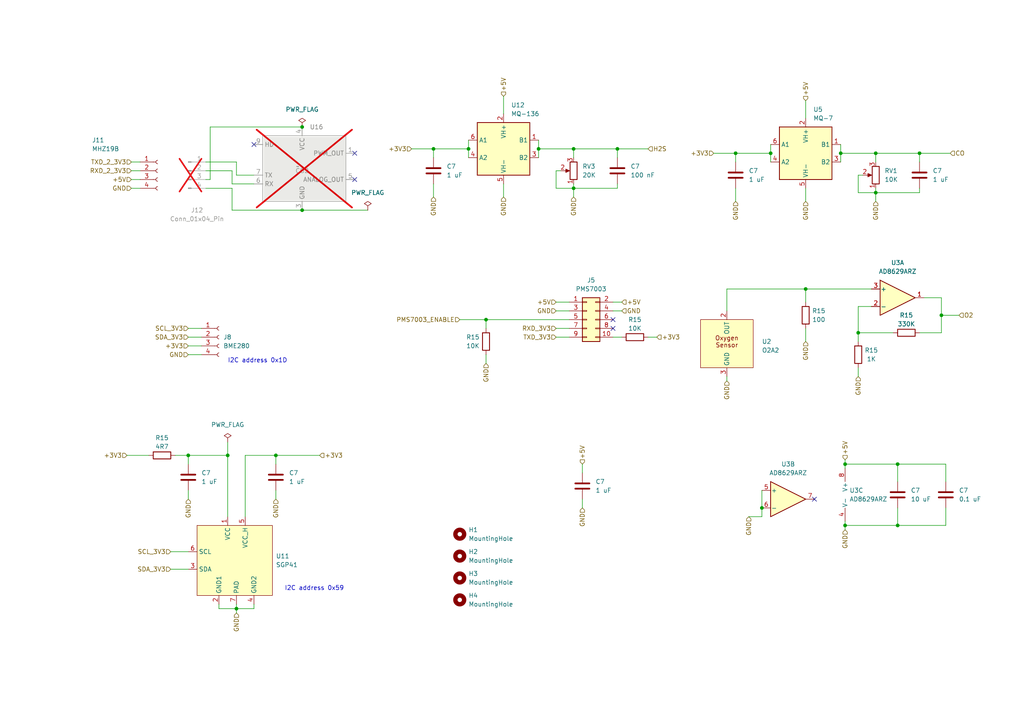
<source format=kicad_sch>
(kicad_sch (version 20231120) (generator "eeschema") (generator_version "8.0")
  (paper "A4")
  (lib_symbols
    (symbol "Amplifier_Operational:LM2904" (pin_names (offset 0.127))
      (property "Reference" "U" (at 0 5.08 0))
      (property "Value" "LM2904" (at 0 -5.08 0))
      (symbol "LM2904_1_1"
        (polyline (pts (xy -5.08 5.08) (xy 5.08 0) (xy -5.08 -5.08) (xy -5.08 5.08)) (stroke (width 0.254)) (fill (type background)))
        (pin output line (at 7.62 0 180) (length 2.54) (name "~") (number "1"))
        (pin input line (at -7.62 -2.54 0) (length 2.54) (name "-") (number "2"))
        (pin input line (at -7.62 2.54 0) (length 2.54) (name "+") (number "3"))
      )
      (symbol "LM2904_2_1"
        (polyline (pts (xy -5.08 5.08) (xy 5.08 0) (xy -5.08 -5.08) (xy -5.08 5.08)) (stroke (width 0.254)) (fill (type background)))
        (pin input line (at -7.62 2.54 0) (length 2.54) (name "+") (number "5"))
        (pin input line (at -7.62 -2.54 0) (length 2.54) (name "-") (number "6"))
        (pin output line (at 7.62 0 180) (length 2.54) (name "~") (number "7"))
      )
      (symbol "LM2904_3_1"
        (pin power_in line (at -2.54 -7.62 90) (length 3.81) (name "V-") (number "4"))
        (pin power_in line (at -2.54 7.62 270) (length 3.81) (name "V+") (number "8"))
      )
    )
    (symbol "Connector:Conn_01x04_Pin" (pin_names (offset 1.016) hide)
      (property "Reference" "J" (at 0 5.08 0))
      (property "Value" "Conn_01x04_Pin" (at 0 -7.62 0))
      (symbol "Conn_01x04_Pin_1_1"
        (polyline (pts (xy 1.27 -5.08) (xy 0.8636 -5.08)) (stroke (width 0.1524)))
        (polyline (pts (xy 1.27 -2.54) (xy 0.8636 -2.54)) (stroke (width 0.1524)))
        (polyline (pts (xy 1.27 0) (xy 0.8636 0)) (stroke (width 0.1524)))
        (polyline (pts (xy 1.27 2.54) (xy 0.8636 2.54)) (stroke (width 0.1524)))
        (rectangle (start 0.8636 -4.953) (end 0 -5.207) (stroke (width 0.1524)) (fill (type outline)))
        (rectangle (start 0.8636 -2.413) (end 0 -2.667) (stroke (width 0.1524)) (fill (type outline)))
        (rectangle (start 0.8636 0.127) (end 0 -0.127) (stroke (width 0.1524)) (fill (type outline)))
        (rectangle (start 0.8636 2.667) (end 0 2.413) (stroke (width 0.1524)) (fill (type outline)))
        (pin passive line (at 5.08 2.54 180) (length 3.81) (name "Pin_1") (number "1"))
        (pin passive line (at 5.08 0 180) (length 3.81) (name "Pin_2") (number "2"))
        (pin passive line (at 5.08 -2.54 180) (length 3.81) (name "Pin_3") (number "3"))
        (pin passive line (at 5.08 -5.08 180) (length 3.81) (name "Pin_4") (number "4"))
      )
    )
    (symbol "Connector:Conn_01x04_Socket" (pin_names (offset 1.016) hide)
      (property "Reference" "J" (at 0 5.08 0))
      (property "Value" "Conn_01x04_Socket" (at 0 -7.62 0))
      (symbol "Conn_01x04_Socket_1_1"
        (arc (start 0 -4.572) (mid -0.5058 -5.08) (end 0 -5.588) (stroke (width 0.1524)))
        (arc (start 0 -2.032) (mid -0.5058 -2.54) (end 0 -3.048) (stroke (width 0.1524)))
        (polyline (pts (xy -1.27 -5.08) (xy -0.508 -5.08)) (stroke (width 0.1524)))
        (polyline (pts (xy -1.27 -2.54) (xy -0.508 -2.54)) (stroke (width 0.1524)))
        (polyline (pts (xy -1.27 0) (xy -0.508 0)) (stroke (width 0.1524)))
        (polyline (pts (xy -1.27 2.54) (xy -0.508 2.54)) (stroke (width 0.1524)))
        (arc (start 0 0.508) (mid -0.5058 0) (end 0 -0.508) (stroke (width 0.1524)))
        (arc (start 0 3.048) (mid -0.5058 2.54) (end 0 2.032) (stroke (width 0.1524)))
        (pin passive line (at -5.08 2.54 0) (length 3.81) (name "Pin_1") (number "1"))
        (pin passive line (at -5.08 0 0) (length 3.81) (name "Pin_2") (number "2"))
        (pin passive line (at -5.08 -2.54 0) (length 3.81) (name "Pin_3") (number "3"))
        (pin passive line (at -5.08 -5.08 0) (length 3.81) (name "Pin_4") (number "4"))
      )
    )
    (symbol "Connector_Generic:Conn_02x05_Odd_Even" (pin_names (offset 1.016) hide)
      (property "Reference" "J" (at 1.27 7.62 0))
      (property "Value" "Conn_02x05_Odd_Even" (at 1.27 -7.62 0))
      (symbol "Conn_02x05_Odd_Even_1_1"
        (rectangle (start -1.27 -4.953) (end 0 -5.207) (stroke (width 0.1524)))
        (rectangle (start -1.27 -2.413) (end 0 -2.667) (stroke (width 0.1524)))
        (rectangle (start -1.27 0.127) (end 0 -0.127) (stroke (width 0.1524)))
        (rectangle (start -1.27 2.667) (end 0 2.413) (stroke (width 0.1524)))
        (rectangle (start -1.27 5.207) (end 0 4.953) (stroke (width 0.1524)))
        (rectangle (start -1.27 6.35) (end 3.81 -6.35) (stroke (width 0.254)) (fill (type background)))
        (rectangle (start 3.81 -4.953) (end 2.54 -5.207) (stroke (width 0.1524)))
        (rectangle (start 3.81 -2.413) (end 2.54 -2.667) (stroke (width 0.1524)))
        (rectangle (start 3.81 0.127) (end 2.54 -0.127) (stroke (width 0.1524)))
        (rectangle (start 3.81 2.667) (end 2.54 2.413) (stroke (width 0.1524)))
        (rectangle (start 3.81 5.207) (end 2.54 4.953) (stroke (width 0.1524)))
        (pin passive line (at -5.08 5.08 0) (length 3.81) (name "Pin_1") (number "1"))
        (pin passive line (at 7.62 -5.08 180) (length 3.81) (name "Pin_10") (number "10"))
        (pin passive line (at 7.62 5.08 180) (length 3.81) (name "Pin_2") (number "2"))
        (pin passive line (at -5.08 2.54 0) (length 3.81) (name "Pin_3") (number "3"))
        (pin passive line (at 7.62 2.54 180) (length 3.81) (name "Pin_4") (number "4"))
        (pin passive line (at -5.08 0 0) (length 3.81) (name "Pin_5") (number "5"))
        (pin passive line (at 7.62 0 180) (length 3.81) (name "Pin_6") (number "6"))
        (pin passive line (at -5.08 -2.54 0) (length 3.81) (name "Pin_7") (number "7"))
        (pin passive line (at 7.62 -2.54 180) (length 3.81) (name "Pin_8") (number "8"))
        (pin passive line (at -5.08 -5.08 0) (length 3.81) (name "Pin_9") (number "9"))
      )
    )
    (symbol "Device:C" (pin_numbers hide) (pin_names (offset 0.254))
      (property "Reference" "C" (at 0.635 2.54 0))
      (property "Value" "C" (at 0.635 -2.54 0))
      (symbol "C_0_1"
        (polyline (pts (xy -2.032 -0.762) (xy 2.032 -0.762)) (stroke (width 0.508)))
        (polyline (pts (xy -2.032 0.762) (xy 2.032 0.762)) (stroke (width 0.508)))
      )
      (symbol "C_1_1"
        (pin passive line (at 0 3.81 270) (length 2.794) (name "~") (number "1"))
        (pin passive line (at 0 -3.81 90) (length 2.794) (name "~") (number "2"))
      )
    )
    (symbol "Device:R" (pin_numbers hide) (pin_names (offset 0))
      (property "Reference" "R" (at 2.032 0 90))
      (property "Value" "R" (at 0 0 90))
      (symbol "R_0_1"
        (rectangle (start -1.016 -2.54) (end 1.016 2.54) (stroke (width 0.254)))
      )
      (symbol "R_1_1"
        (pin passive line (at 0 3.81 270) (length 1.27) (name "~") (number "1"))
        (pin passive line (at 0 -3.81 90) (length 1.27) (name "~") (number "2"))
      )
    )
    (symbol "Device:R_Potentiometer" (pin_names (offset 1.016) hide)
      (property "Reference" "RV" (at -4.445 0 90))
      (property "Value" "R_Potentiometer" (at -2.54 0 90))
      (symbol "R_Potentiometer_0_1"
        (polyline (pts (xy 2.54 0) (xy 1.524 0)))
        (polyline (pts (xy 1.143 0) (xy 2.286 0.508) (xy 2.286 -0.508) (xy 1.143 0)) (fill (type outline)))
        (rectangle (start 1.016 2.54) (end -1.016 -2.54) (stroke (width 0.254)))
      )
      (symbol "R_Potentiometer_1_1"
        (pin passive line (at 0 3.81 270) (length 1.27) (name "1") (number "1"))
        (pin passive line (at 3.81 0 180) (length 1.27) (name "2") (number "2"))
        (pin passive line (at 0 -3.81 90) (length 1.27) (name "3") (number "3"))
      )
    )
    (symbol "Mechanical:MountingHole" (pin_names (offset 1.016))
      (property "Reference" "H" (at 0 5.08 0))
      (property "Value" "MountingHole" (at 0 3.175 0))
      (symbol "MountingHole_0_1"
        (circle (center 0 0) (radius 1.27) (stroke (width 1.27)))
      )
    )
    (symbol "My_Library:MHZ19x"
      (property "Reference" "U" (at 11.43 -11.43 0))
      (symbol "MHZ19x_1_1"
        (rectangle (start -11.43 10.16) (end 12.7 -8.89) (fill (type background)))
        (text "CO2" (at 0 0 0) (effects (font (size 1.27 1.27))))
        (pin output line (at 15.24 5.08 180) (length 2.54) (name "PWM_OUT") (number "1"))
        (pin power_in line (at 0 -11.43 90) (length 2.54) (name "GND") (number "3"))
        (pin power_in line (at 0 12.7 270) (length 2.54) (name "VCC") (number "4"))
        (pin output line (at 15.24 -2.54 180) (length 2.54) (name "ANALOG_OUT") (number "5"))
        (pin input line (at -13.97 -3.81 0) (length 2.54) (name "RX") (number "6"))
        (pin output line (at -13.97 -1.27 0) (length 2.54) (name "TX") (number "7"))
        (pin input line (at -13.97 7.62 0) (length 2.54) (name "HD") (number "9"))
      )
    )
    (symbol "My_Library:O2A2"
      (property "Reference" "U" (at 11.43 -2.54 0))
      (property "Value" "O2A2" (at 11.43 -5.08 0))
      (symbol "O2A2_1_1"
        (rectangle (start -7.62 7.62) (end 7.62 -6.35) (fill (type background)))
        (text "Oxygen\nSensor" (at 0 1.27 0) (effects (font (size 1.27 1.27))))
        (pin power_out line (at 0 10.16 270) (length 2.54) (name "OUT") (number "2"))
        (pin power_in line (at 0 -8.89 90) (length 2.54) (name "GND") (number "3"))
      )
    )
    (symbol "My_Library:SGP41"
      (property "Reference" "U" (at 0 0 0))
      (property "Value" "SGP41" (at 0 3.81 0))
      (symbol "SGP41_1_1"
        (rectangle (start -11.43 10.16) (end 10.414 -10.16) (fill (type background)))
        (pin power_in line (at -2.54 12.7 270) (length 2.54) (name "VCC") (number "1"))
        (pin power_in line (at -5.08 -12.7 90) (length 2.54) (name "GND1") (number "2"))
        (pin bidirectional line (at -13.97 -2.54 0) (length 2.54) (name "SDA") (number "3"))
        (pin power_in line (at 5.08 -12.7 90) (length 2.54) (name "GND2") (number "4"))
        (pin power_in line (at 2.54 12.7 270) (length 2.54) (name "VCC_H") (number "5"))
        (pin bidirectional line (at -13.97 2.54 0) (length 2.54) (name "SCL") (number "6"))
        (pin power_in line (at 0 -12.7 90) (length 2.54) (name "PAD") (number "7"))
      )
    )
    (symbol "Sensor_Gas:MQ-6"
      (property "Reference" "U" (at -6.35 8.89 0))
      (property "Value" "MQ-6" (at 3.81 8.89 0))
      (symbol "MQ-6_0_1"
        (rectangle (start -7.62 7.62) (end 7.62 -7.62) (stroke (width 0.254)) (fill (type background)))
      )
      (symbol "MQ-6_1_1"
        (pin passive line (at 10.16 2.54 180) (length 2.54) (name "B1") (number "1"))
        (pin power_in line (at 0 10.16 270) (length 2.54) (name "VH+") (number "2"))
        (pin passive line (at 10.16 -2.54 180) (length 2.54) (name "B2") (number "3"))
        (pin passive line (at -10.16 -2.54 0) (length 2.54) (name "A2") (number "4"))
        (pin power_in line (at 0 -10.16 90) (length 2.54) (name "VH-") (number "5"))
        (pin passive line (at -10.16 2.54 0) (length 2.54) (name "A1") (number "6"))
      )
    )
    (symbol "power:PWR_FLAG" (power) (pin_numbers hide) (pin_names (offset 0) hide)
      (property "Value" "PWR_FLAG" (at 0 3.81 0))
      (symbol "PWR_FLAG_0_0"
        (pin power_out line (at 0 0 90) (length 0) (name "pwr") (number "1"))
      )
      (symbol "PWR_FLAG_0_1"
        (polyline (pts (xy 0 0) (xy 0 1.27) (xy -1.016 1.905) (xy 0 2.54) (xy 1.016 1.905) (xy 0 1.27)))
      )
    )
  )
  (junction (at 260.35 134.62))
  (junction (at 179.07 43.18))
  (junction (at 248.92 96.52))
  (junction (at 166.37 43.18))
  (junction (at 260.35 152.4))
  (junction (at 254 44.45))
  (junction (at 213.36 44.45))
  (junction (at 87.63 60.96))
  (junction (at 156.21 43.18))
  (junction (at 245.11 152.4))
  (junction (at 220.98 147.32))
  (junction (at 223.52 44.45))
  (junction (at 68.58 176.53))
  (junction (at 254 55.88))
  (junction (at 87.63 36.83))
  (junction (at 233.68 83.82))
  (junction (at 245.11 134.62))
  (junction (at 66.04 132.08))
  (junction (at 243.84 44.45))
  (junction (at 54.61 132.08))
  (junction (at 140.97 92.71))
  (junction (at 125.73 43.18))
  (junction (at 166.37 54.61))
  (junction (at 266.7 44.45))
  (junction (at 135.89 43.18))
  (junction (at 80.01 132.08))
  (junction (at 273.05 91.44))
  (no_connect (at 102.87 44.45))
  (no_connect (at 102.87 52.07))
  (no_connect (at 177.8 95.25))
  (no_connect (at 73.66 41.91))
  (no_connect (at 236.22 144.78))
  (no_connect (at 177.8 92.71))
  (wire (pts (xy 59.69 49.53) (xy 67.31 49.53)))
  (wire (pts (xy 254 55.88) (xy 254 58.42)))
  (wire (pts (xy 223.52 41.91) (xy 223.52 44.45)))
  (wire (pts (xy 210.82 90.17) (xy 210.82 83.82)))
  (wire (pts (xy 161.29 49.53) (xy 162.56 49.53)))
  (wire (pts (xy 179.07 45.72) (xy 179.07 43.18)))
  (wire (pts (xy 248.92 50.8) (xy 248.92 55.88)))
  (wire (pts (xy 254 54.61) (xy 254 55.88)))
  (wire (pts (xy 217.17 149.86) (xy 220.98 149.86)))
  (wire (pts (xy 60.96 36.83) (xy 87.63 36.83)))
  (wire (pts (xy 273.05 91.44) (xy 278.13 91.44)))
  (wire (pts (xy 140.97 92.71) (xy 140.97 95.25)))
  (wire (pts (xy 274.32 139.7) (xy 274.32 134.62)))
  (wire (pts (xy 245.11 152.4) (xy 245.11 153.67)))
  (wire (pts (xy 59.69 54.61) (xy 67.31 54.61)))
  (wire (pts (xy 266.7 55.88) (xy 254 55.88)))
  (wire (pts (xy 38.1 46.99) (xy 40.64 46.99)))
  (wire (pts (xy 38.1 54.61) (xy 40.64 54.61)))
  (wire (pts (xy 38.1 49.53) (xy 40.64 49.53)))
  (wire (pts (xy 177.8 97.79) (xy 180.34 97.79)))
  (wire (pts (xy 135.89 43.18) (xy 135.89 45.72)))
  (wire (pts (xy 67.31 49.53) (xy 67.31 53.34)))
  (wire (pts (xy 66.04 128.27) (xy 66.04 132.08)))
  (wire (pts (xy 187.96 97.79) (xy 190.5 97.79)))
  (wire (pts (xy 266.7 54.61) (xy 266.7 55.88)))
  (wire (pts (xy 166.37 43.18) (xy 156.21 43.18)))
  (wire (pts (xy 233.68 54.61) (xy 233.68 58.42)))
  (wire (pts (xy 177.8 90.17) (xy 180.34 90.17)))
  (wire (pts (xy 161.29 90.17) (xy 165.1 90.17)))
  (wire (pts (xy 210.82 109.22) (xy 210.82 110.49)))
  (wire (pts (xy 260.35 139.7) (xy 260.35 134.62)))
  (wire (pts (xy 54.61 102.87) (xy 58.42 102.87)))
  (wire (pts (xy 161.29 87.63) (xy 165.1 87.63)))
  (wire (pts (xy 67.31 60.96) (xy 87.63 60.96)))
  (wire (pts (xy 68.58 50.8) (xy 73.66 50.8)))
  (wire (pts (xy 266.7 96.52) (xy 273.05 96.52)))
  (wire (pts (xy 213.36 54.61) (xy 213.36 58.42)))
  (wire (pts (xy 233.68 83.82) (xy 233.68 87.63)))
  (wire (pts (xy 54.61 95.25) (xy 58.42 95.25)))
  (wire (pts (xy 179.07 54.61) (xy 166.37 54.61)))
  (wire (pts (xy 223.52 44.45) (xy 223.52 46.99)))
  (wire (pts (xy 180.34 87.63) (xy 177.8 87.63)))
  (wire (pts (xy 168.91 134.62) (xy 168.91 137.16)))
  (wire (pts (xy 179.07 53.34) (xy 179.07 54.61)))
  (wire (pts (xy 125.73 43.18) (xy 125.73 45.72)))
  (wire (pts (xy 156.21 43.18) (xy 156.21 45.72)))
  (wire (pts (xy 245.11 134.62) (xy 245.11 135.89)))
  (wire (pts (xy 54.61 132.08) (xy 54.61 134.62)))
  (wire (pts (xy 266.7 46.99) (xy 266.7 44.45)))
  (wire (pts (xy 50.8 132.08) (xy 54.61 132.08)))
  (wire (pts (xy 220.98 149.86) (xy 220.98 147.32)))
  (wire (pts (xy 248.92 55.88) (xy 254 55.88)))
  (wire (pts (xy 233.68 29.21) (xy 233.68 34.29)))
  (wire (pts (xy 210.82 83.82) (xy 233.68 83.82)))
  (wire (pts (xy 161.29 97.79) (xy 165.1 97.79)))
  (wire (pts (xy 243.84 41.91) (xy 243.84 44.45)))
  (wire (pts (xy 59.69 52.07) (xy 60.96 52.07)))
  (wire (pts (xy 63.5 175.26) (xy 63.5 176.53)))
  (wire (pts (xy 166.37 54.61) (xy 166.37 57.15)))
  (wire (pts (xy 49.53 160.02) (xy 54.61 160.02)))
  (wire (pts (xy 73.66 176.53) (xy 73.66 175.26)))
  (wire (pts (xy 68.58 46.99) (xy 68.58 50.8)))
  (wire (pts (xy 260.35 134.62) (xy 245.11 134.62)))
  (wire (pts (xy 166.37 43.18) (xy 179.07 43.18)))
  (wire (pts (xy 161.29 49.53) (xy 161.29 54.61)))
  (wire (pts (xy 38.1 52.07) (xy 40.64 52.07)))
  (wire (pts (xy 274.32 152.4) (xy 260.35 152.4)))
  (wire (pts (xy 260.35 152.4) (xy 245.11 152.4)))
  (wire (pts (xy 166.37 45.72) (xy 166.37 43.18)))
  (wire (pts (xy 119.38 43.18) (xy 125.73 43.18)))
  (wire (pts (xy 233.68 83.82) (xy 252.73 83.82)))
  (wire (pts (xy 36.83 132.08) (xy 43.18 132.08)))
  (wire (pts (xy 254 46.99) (xy 254 44.45)))
  (wire (pts (xy 260.35 147.32) (xy 260.35 152.4)))
  (wire (pts (xy 54.61 100.33) (xy 58.42 100.33)))
  (wire (pts (xy 273.05 86.36) (xy 267.97 86.36)))
  (wire (pts (xy 161.29 95.25) (xy 165.1 95.25)))
  (wire (pts (xy 54.61 97.79) (xy 58.42 97.79)))
  (wire (pts (xy 60.96 52.07) (xy 60.96 36.83)))
  (wire (pts (xy 274.32 134.62) (xy 260.35 134.62)))
  (wire (pts (xy 54.61 132.08) (xy 66.04 132.08)))
  (wire (pts (xy 254 44.45) (xy 243.84 44.45)))
  (wire (pts (xy 248.92 96.52) (xy 259.08 96.52)))
  (wire (pts (xy 156.21 40.64) (xy 156.21 43.18)))
  (wire (pts (xy 166.37 53.34) (xy 166.37 54.61)))
  (wire (pts (xy 80.01 132.08) (xy 71.12 132.08)))
  (wire (pts (xy 133.35 92.71) (xy 140.97 92.71)))
  (wire (pts (xy 274.32 147.32) (xy 274.32 152.4)))
  (wire (pts (xy 220.98 147.32) (xy 220.98 142.24)))
  (wire (pts (xy 248.92 96.52) (xy 248.92 99.06)))
  (wire (pts (xy 245.11 133.35) (xy 245.11 134.62)))
  (wire (pts (xy 233.68 95.25) (xy 233.68 99.06)))
  (wire (pts (xy 92.71 132.08) (xy 80.01 132.08)))
  (wire (pts (xy 80.01 132.08) (xy 80.01 134.62)))
  (wire (pts (xy 146.05 27.94) (xy 146.05 33.02)))
  (wire (pts (xy 59.69 46.99) (xy 68.58 46.99)))
  (wire (pts (xy 140.97 102.87) (xy 140.97 105.41)))
  (wire (pts (xy 125.73 53.34) (xy 125.73 57.15)))
  (wire (pts (xy 273.05 91.44) (xy 273.05 86.36)))
  (wire (pts (xy 254 44.45) (xy 266.7 44.45)))
  (wire (pts (xy 213.36 44.45) (xy 223.52 44.45)))
  (wire (pts (xy 49.53 165.1) (xy 54.61 165.1)))
  (wire (pts (xy 68.58 175.26) (xy 68.58 176.53)))
  (wire (pts (xy 248.92 50.8) (xy 250.19 50.8)))
  (wire (pts (xy 67.31 53.34) (xy 73.66 53.34)))
  (wire (pts (xy 248.92 106.68) (xy 248.92 109.22)))
  (wire (pts (xy 168.91 144.78) (xy 168.91 147.32)))
  (wire (pts (xy 80.01 142.24) (xy 80.01 144.78)))
  (wire (pts (xy 161.29 54.61) (xy 166.37 54.61)))
  (wire (pts (xy 207.01 44.45) (xy 213.36 44.45)))
  (wire (pts (xy 140.97 92.71) (xy 165.1 92.71)))
  (wire (pts (xy 63.5 176.53) (xy 68.58 176.53)))
  (wire (pts (xy 68.58 176.53) (xy 73.66 176.53)))
  (wire (pts (xy 66.04 132.08) (xy 66.04 149.86)))
  (wire (pts (xy 146.05 53.34) (xy 146.05 57.15)))
  (wire (pts (xy 248.92 88.9) (xy 252.73 88.9)))
  (wire (pts (xy 266.7 44.45) (xy 275.59 44.45)))
  (wire (pts (xy 135.89 40.64) (xy 135.89 43.18)))
  (wire (pts (xy 87.63 60.96) (xy 106.68 60.96)))
  (wire (pts (xy 248.92 88.9) (xy 248.92 96.52)))
  (wire (pts (xy 213.36 44.45) (xy 213.36 46.99)))
  (wire (pts (xy 179.07 43.18) (xy 187.96 43.18)))
  (wire (pts (xy 125.73 43.18) (xy 135.89 43.18)))
  (wire (pts (xy 67.31 54.61) (xy 67.31 60.96)))
  (wire (pts (xy 71.12 132.08) (xy 71.12 149.86)))
  (wire (pts (xy 68.58 176.53) (xy 68.58 177.8)))
  (wire (pts (xy 245.11 151.13) (xy 245.11 152.4)))
  (wire (pts (xy 243.84 44.45) (xy 243.84 46.99)))
  (wire (pts (xy 54.61 142.24) (xy 54.61 144.78)))
  (wire (pts (xy 273.05 96.52) (xy 273.05 91.44)))
  (text "I2C address 0x59" (at 82.55 171.45 0) (effects (font (size 1.27 1.27)) (justify left bottom)))
  (text "I2C address 0x1D" (at 66.04 105.41 0) (effects (font (size 1.27 1.27)) (justify left bottom)))
  (hierarchical_label "+5V" (shape input) (at 180.34 87.63 0))
  (hierarchical_label "SCL_3V3" (shape input) (at 49.53 160.02 180))
  (hierarchical_label "GND" (shape input) (at 146.05 57.15 270))
  (hierarchical_label "+5V" (shape input) (at 233.68 29.21 90))
  (hierarchical_label "SCL_3V3" (shape input) (at 54.61 95.25 180))
  (hierarchical_label "GND" (shape input) (at 54.61 102.87 180))
  (hierarchical_label "PMS7003_ENABLE" (shape input) (at 133.35 92.71 180))
  (hierarchical_label "SDA_3V3" (shape input) (at 49.53 165.1 180))
  (hierarchical_label "GND" (shape input) (at 168.91 147.32 270))
  (hierarchical_label "GND" (shape input) (at 248.92 109.22 270))
  (hierarchical_label "GND" (shape input) (at 80.01 144.78 270))
  (hierarchical_label "RXD_3V3" (shape input) (at 161.29 95.25 180))
  (hierarchical_label "+3V3" (shape input) (at 36.83 132.08 180))
  (hierarchical_label "+3V3" (shape input) (at 207.01 44.45 180))
  (hierarchical_label "GND" (shape input) (at 233.68 58.42 270))
  (hierarchical_label "GND" (shape input) (at 161.29 90.17 180))
  (hierarchical_label "GND" (shape input) (at 210.82 110.49 270))
  (hierarchical_label "SDA_3V3" (shape input) (at 54.61 97.79 180))
  (hierarchical_label "+5V" (shape input) (at 161.29 87.63 180))
  (hierarchical_label "GND" (shape input) (at 180.34 90.17 0))
  (hierarchical_label "GND" (shape input) (at 254 58.42 270))
  (hierarchical_label "RXD_2_3V3" (shape input) (at 38.1 49.53 180))
  (hierarchical_label "+3V3" (shape input) (at 190.5 97.79 0))
  (hierarchical_label "GND" (shape input) (at 38.1 54.61 180))
  (hierarchical_label "CO" (shape input) (at 275.59 44.45 0))
  (hierarchical_label "+5V" (shape input) (at 146.05 27.94 90))
  (hierarchical_label "+3V3" (shape input) (at 54.61 100.33 180))
  (hierarchical_label "TXD_3V3" (shape input) (at 161.29 97.79 180))
  (hierarchical_label "GND" (shape input) (at 54.61 144.78 270))
  (hierarchical_label "GND" (shape input) (at 166.37 57.15 270))
  (hierarchical_label "GND" (shape input) (at 125.73 57.15 270))
  (hierarchical_label "GND" (shape input) (at 213.36 58.42 270))
  (hierarchical_label "GND" (shape input) (at 245.11 153.67 270))
  (hierarchical_label "GND" (shape input) (at 233.68 99.06 270))
  (hierarchical_label "+3V3" (shape input) (at 119.38 43.18 180))
  (hierarchical_label "GND" (shape input) (at 68.58 177.8 270))
  (hierarchical_label "+5V" (shape input) (at 245.11 133.35 90))
  (hierarchical_label "GND" (shape input) (at 140.97 105.41 270))
  (hierarchical_label "TXD_2_3V3" (shape input) (at 38.1 46.99 180))
  (hierarchical_label "GND" (shape input) (at 217.17 149.86 270))
  (hierarchical_label "+5V" (shape input) (at 168.91 134.62 90))
  (hierarchical_label "H2S" (shape input) (at 187.96 43.18 0))
  (hierarchical_label "+3V3" (shape input) (at 92.71 132.08 0))
  (hierarchical_label "O2" (shape input) (at 278.13 91.44 0))
  (hierarchical_label "+5V" (shape input) (at 38.1 52.07 180))
  (symbol (lib_id "Mechanical:MountingHole") (at 133.35 161.29 0) (unit 1)
    (property "Reference" "H2" (at 135.89 160.02 0) (effects (justify left)))
    (property "Value" "MountingHole" (at 135.89 162.56 0) (effects (justify left)))
    (property "Footprint" "MountingHole:MountingHole_2.2mm_M2" (effects (hide yes)))
  )
  (symbol (lib_id "Device:C") (at 54.61 138.43 180) (unit 1)
    (property "Reference" "C7" (at 58.42 137.16 0) (effects (justify right)))
    (property "Value" "1 uF" (at 58.42 139.7 0) (effects (justify right)))
    (property "Footprint" "Capacitor_SMD:C_0603_1608Metric" (effects (hide yes)))
    (instances (project "xray" (path "" (reference "C7") (unit 1))) (project "xray-v2" (path "" (reference "C37") (unit 1))) (project "air-detector" (path "" (reference "C23") (unit 1))))
  )
  (symbol (lib_id "Device:R") (at 140.97 99.06 180) (unit 1)
    (property "Reference" "R15" (at 137.16 97.79 0))
    (property "Value" "10K" (at 137.16 100.33 0))
    (property "Footprint" "Resistor_SMD:R_0805_2012Metric" (effects (hide yes)))
    (instances (project "xray" (path "" (reference "R15") (unit 1))) (project "xray-v2" (path "" (reference "R6") (unit 1))) (project "air-detector" (path "" (reference "R17") (unit 1))))
  )
  (symbol (lib_id "Device:R") (at 233.68 91.44 0) (unit 1)
    (property "Reference" "R15" (at 237.49 90.17 0))
    (property "Value" "100" (at 237.49 92.71 0))
    (property "Footprint" "Resistor_SMD:R_0805_2012Metric" (effects (hide yes)))
    (instances (project "xray" (path "" (reference "R15") (unit 1))) (project "xray-v2" (path "" (reference "R6") (unit 1))) (project "air-detector" (path "" (reference "R6") (unit 1))))
  )
  (symbol (lib_id "Device:R") (at 184.15 97.79 90) (unit 1)
    (property "Reference" "R15" (at 184.15 92.71 90))
    (property "Value" "10K" (at 184.15 95.25 90))
    (property "Footprint" "Resistor_SMD:R_0805_2012Metric" (effects (hide yes)))
    (instances (project "xray" (path "" (reference "R15") (unit 1))) (project "xray-v2" (path "" (reference "R6") (unit 1))) (project "air-detector" (path "" (reference "R30") (unit 1))))
  )
  (symbol (lib_id "Device:R") (at 248.92 102.87 0) (unit 1)
    (property "Reference" "R15" (at 252.73 101.6 0))
    (property "Value" "1K" (at 252.73 104.14 0))
    (property "Footprint" "Resistor_SMD:R_0805_2012Metric" (effects (hide yes)))
    (instances (project "xray" (path "" (reference "R15") (unit 1))) (project "xray-v2" (path "" (reference "R6") (unit 1))) (project "air-detector" (path "" (reference "R7") (unit 1))))
  )
  (symbol (lib_id "Device:C") (at 213.36 50.8 180) (unit 1)
    (property "Reference" "C7" (at 217.17 49.53 0) (effects (justify right)))
    (property "Value" "1 uF" (at 217.17 52.07 0) (effects (justify right)))
    (property "Footprint" "Capacitor_SMD:C_0603_1608Metric" (effects (hide yes)))
    (instances (project "xray" (path "" (reference "C7") (unit 1))) (project "xray-v2" (path "" (reference "C37") (unit 1))) (project "air-detector" (path "" (reference "C7") (unit 1))))
  )
  (symbol (lib_id "power:PWR_FLAG") (at 106.68 60.96 0) (unit 1)
    (property "Reference" "#FLG08" (effects (hide yes)))
    (property "Value" "PWR_FLAG" (at 106.68 55.88 0))
  )
  (symbol (lib_id "Connector:Conn_01x04_Pin") (at 54.61 49.53 0) (unit 1) (in_bom no) (on_board no) (dnp yes)
    (property "Reference" "J12" (at 57.15 60.96 0))
    (property "Value" "Conn_01x04_Pin" (at 57.15 63.5 0))
  )
  (symbol (lib_id "Device:C") (at 80.01 138.43 180) (unit 1)
    (property "Reference" "C7" (at 83.82 137.16 0) (effects (justify right)))
    (property "Value" "1 uF" (at 83.82 139.7 0) (effects (justify right)))
    (property "Footprint" "Capacitor_SMD:C_0603_1608Metric" (effects (hide yes)))
    (instances (project "xray" (path "" (reference "C7") (unit 1))) (project "xray-v2" (path "" (reference "C37") (unit 1))) (project "air-detector" (path "" (reference "C24") (unit 1))))
  )
  (symbol (lib_id "My_Library:O2A2") (at 210.82 100.33 0) (unit 1)
    (property "Reference" "U2" (at 220.98 99.06 0) (effects (justify left)))
    (property "Value" "O2A2" (at 220.98 101.6 0) (effects (justify left)))
    (property "Footprint" "Library:O2A2" (effects (hide yes)))
  )
  (symbol (lib_id "power:PWR_FLAG") (at 66.04 128.27 0) (unit 1)
    (property "Reference" "#FLG05" (effects (hide yes)))
    (property "Value" "PWR_FLAG" (at 66.04 123.19 0))
  )
  (symbol (lib_id "Device:R") (at 46.99 132.08 90) (unit 1)
    (property "Reference" "R15" (at 46.99 127 90))
    (property "Value" "4R7" (at 46.99 129.54 90))
    (property "Footprint" "Resistor_SMD:R_0805_2012Metric" (effects (hide yes)))
    (instances (project "xray" (path "" (reference "R15") (unit 1))) (project "xray-v2" (path "" (reference "R6") (unit 1))) (project "air-detector" (path "" (reference "R20") (unit 1))))
  )
  (symbol (lib_id "Mechanical:MountingHole") (at 133.35 167.64 0) (unit 1)
    (property "Reference" "H3" (at 135.89 166.37 0) (effects (justify left)))
    (property "Value" "MountingHole" (at 135.89 168.91 0) (effects (justify left)))
    (property "Footprint" "MountingHole:MountingHole_2.2mm_M2" (effects (hide yes)))
  )
  (symbol (lib_id "My_Library:MHZ19x") (at 87.63 49.53 0) (unit 1) (in_bom no) (on_board no) (dnp yes)
    (property "Reference" "U16" (at 89.8241 36.83 0) (effects (justify left)))
    (property "Value" "~" (at 86.36 48.26 0))
    (property "Footprint" "Library:MHZ19x" (effects (hide yes)))
    (property "Datasheet" "https://www.winsen-sensor.com/d/files/infrared-gas-sensor/mh-z19b-co2-ver1_0.pdf?ysclid=llgaimrq8z610108732" (effects (hide yes)))
  )
  (symbol (lib_id "Device:R") (at 262.89 96.52 90) (unit 1)
    (property "Reference" "R15" (at 262.89 91.44 90))
    (property "Value" "330K" (at 262.89 93.98 90))
    (property "Footprint" "Resistor_SMD:R_0805_2012Metric" (effects (hide yes)))
    (instances (project "xray" (path "" (reference "R15") (unit 1))) (project "xray-v2" (path "" (reference "R6") (unit 1))) (project "air-detector" (path "" (reference "R21") (unit 1))))
  )
  (symbol (lib_id "Amplifier_Operational:LM2904") (at 228.6 144.78 0) (unit 2)
    (property "Reference" "U3" (at 228.6 134.62 0))
    (property "Value" "AD8629ARZ" (at 228.6 137.16 0))
    (property "Footprint" "Package_SO:SOP-8_5.28x5.23mm_P1.27mm" (effects (hide yes)))
    (property "Datasheet" "http://www.ti.com/lit/ds/symlink/lm358.pdf" (effects (hide yes)))
  )
  (symbol (lib_id "Amplifier_Operational:LM2904") (at 260.35 86.36 0) (unit 1)
    (property "Reference" "U3" (at 260.35 76.2 0))
    (property "Value" "AD8629ARZ" (at 260.35 78.74 0))
    (property "Footprint" "Package_SO:SOP-8_5.28x5.23mm_P1.27mm" (effects (hide yes)))
    (property "Datasheet" "http://www.ti.com/lit/ds/symlink/lm358.pdf" (effects (hide yes)))
  )
  (symbol (lib_id "Device:C") (at 125.73 49.53 180) (unit 1)
    (property "Reference" "C7" (at 129.54 48.26 0) (effects (justify right)))
    (property "Value" "1 uF" (at 129.54 50.8 0) (effects (justify right)))
    (property "Footprint" "Capacitor_SMD:C_0603_1608Metric" (effects (hide yes)))
    (instances (project "xray" (path "" (reference "C7") (unit 1))) (project "xray-v2" (path "" (reference "C37") (unit 1))) (project "air-detector" (path "" (reference "C25") (unit 1))))
  )
  (symbol (lib_id "Device:C") (at 274.32 143.51 180) (unit 1)
    (property "Reference" "C7" (at 278.13 142.24 0) (effects (justify right)))
    (property "Value" "0.1 uF" (at 278.13 144.78 0) (effects (justify right)))
    (property "Footprint" "Capacitor_SMD:C_0603_1608Metric" (effects (hide yes)))
    (instances (project "xray" (path "" (reference "C7") (unit 1))) (project "xray-v2" (path "" (reference "C37") (unit 1))) (project "air-detector" (path "" (reference "C38") (unit 1))))
  )
  (symbol (lib_id "Device:C") (at 266.7 50.8 180) (unit 1)
    (property "Reference" "C7" (at 270.51 49.53 0) (effects (justify right)))
    (property "Value" "1 uF" (at 270.51 52.07 0) (effects (justify right)))
    (property "Footprint" "Capacitor_SMD:C_0603_1608Metric" (effects (hide yes)))
    (instances (project "xray" (path "" (reference "C7") (unit 1))) (project "xray-v2" (path "" (reference "C37") (unit 1))) (project "air-detector" (path "" (reference "C12") (unit 1))))
  )
  (symbol (lib_id "Sensor_Gas:MQ-6") (at 146.05 43.18 0) (unit 1)
    (property "Reference" "U12" (at 148.2441 30.48 0) (effects (justify left)))
    (property "Value" "MQ-136" (at 148.2441 33.02 0) (effects (justify left)))
    (property "Footprint" "Sensor:MQ-6" (effects (hide yes)))
    (property "Datasheet" "https://www.winsen-sensor.com/d/files/semiconductor/mq-6.pdf" (effects (hide yes)))
  )
  (symbol (lib_id "Mechanical:MountingHole") (at 133.35 154.94 0) (unit 1)
    (property "Reference" "H1" (at 135.89 153.67 0) (effects (justify left)))
    (property "Value" "MountingHole" (at 135.89 156.21 0) (effects (justify left)))
    (property "Footprint" "MountingHole:MountingHole_2.2mm_M2" (effects (hide yes)))
  )
  (symbol (lib_id "Sensor_Gas:MQ-6") (at 233.68 44.45 0) (unit 1)
    (property "Reference" "U5" (at 235.8741 31.75 0) (effects (justify left)))
    (property "Value" "MQ-7" (at 235.8741 34.29 0) (effects (justify left)))
    (property "Footprint" "Sensor:MQ-6" (effects (hide yes)))
    (property "Datasheet" "https://www.winsen-sensor.com/d/files/semiconductor/mq-6.pdf" (effects (hide yes)))
  )
  (symbol (lib_id "Connector:Conn_01x04_Socket") (at 63.5 97.79 0) (unit 1)
    (property "Reference" "J8" (at 64.77 97.79 0) (effects (justify left)))
    (property "Value" "BME280" (at 64.77 100.33 0) (effects (justify left)))
    (property "Footprint" "Connector_JST:JST_XH_B4B-XH-A_1x04_P2.50mm_Vertical" (effects (hide yes)))
  )
  (symbol (lib_id "Device:C") (at 168.91 140.97 180) (unit 1)
    (property "Reference" "C7" (at 172.72 139.7 0) (effects (justify right)))
    (property "Value" "1 uF" (at 172.72 142.24 0) (effects (justify right)))
    (property "Footprint" "Capacitor_SMD:C_0603_1608Metric" (effects (hide yes)))
    (instances (project "xray" (path "" (reference "C7") (unit 1))) (project "xray-v2" (path "" (reference "C37") (unit 1))) (project "air-detector" (path "" (reference "C39") (unit 1))))
  )
  (symbol (lib_id "Device:C") (at 260.35 143.51 180) (unit 1)
    (property "Reference" "C7" (at 264.16 142.24 0) (effects (justify right)))
    (property "Value" "10 uF" (at 264.16 144.78 0) (effects (justify right)))
    (property "Footprint" "Capacitor_SMD:C_0603_1608Metric" (effects (hide yes)))
    (instances (project "xray" (path "" (reference "C7") (unit 1))) (project "xray-v2" (path "" (reference "C37") (unit 1))) (project "air-detector" (path "" (reference "C6") (unit 1))))
  )
  (symbol (lib_id "Amplifier_Operational:LM2904") (at 247.65 143.51 0) (unit 3)
    (property "Reference" "U3" (at 246.38 142.24 0) (effects (justify left)))
    (property "Value" "AD8629ARZ" (at 246.38 144.78 0) (effects (justify left)))
    (property "Footprint" "Package_SO:SOP-8_5.28x5.23mm_P1.27mm" (effects (hide yes)))
    (property "Datasheet" "http://www.ti.com/lit/ds/symlink/lm358.pdf" (effects (hide yes)))
  )
  (symbol (lib_id "Connector:Conn_01x04_Socket") (at 45.72 49.53 0) (unit 1)
    (property "Reference" "J11" (at 26.67 40.64 0) (effects (justify left)))
    (property "Value" "MHZ19B" (at 26.67 43.18 0) (effects (justify left)))
    (property "Footprint" "Connector_JST:JST_XH_B4B-XH-A_1x04_P2.50mm_Vertical" (effects (hide yes)))
  )
  (symbol (lib_id "Device:R_Potentiometer") (at 254 50.8 180) (unit 1)
    (property "Reference" "RV1" (at 256.54 49.53 0) (effects (justify right)))
    (property "Value" "10K" (at 256.54 52.07 0) (effects (justify right)))
    (property "Footprint" "Potentiometer_THT:Potentiometer_Runtron_RM-065_Vertical" (effects (hide yes)))
  )
  (symbol (lib_id "My_Library:SGP41") (at 68.58 162.56 0) (unit 1)
    (property "Reference" "U11" (at 80.01 161.29 0) (effects (justify left)))
    (property "Value" "SGP41" (at 80.01 163.83 0) (effects (justify left)))
    (property "Footprint" "footprints:XDCR_SGP41-D-R4" (effects (hide yes)))
    (property "Datasheet" "https://sensirion.com/media/documents/5FE8673C/61E96F50/Sensirion_Gas_Sensors_Datasheet_SGP41.pdf" (effects (hide yes)))
  )
  (symbol (lib_id "power:PWR_FLAG") (at 87.63 36.83 0) (unit 1)
    (property "Reference" "#FLG03" (effects (hide yes)))
    (property "Value" "PWR_FLAG" (at 87.63 31.75 0))
  )
  (symbol (lib_id "Device:R_Potentiometer") (at 166.37 49.53 180) (unit 1)
    (property "Reference" "RV3" (at 168.91 48.26 0) (effects (justify right)))
    (property "Value" "20K" (at 168.91 50.8 0) (effects (justify right)))
    (property "Footprint" "Potentiometer_THT:Potentiometer_Runtron_RM-065_Vertical" (effects (hide yes)))
  )
  (symbol (lib_id "Device:C") (at 179.07 49.53 180) (unit 1)
    (property "Reference" "C7" (at 182.88 48.26 0) (effects (justify right)))
    (property "Value" "100 nF" (at 182.88 50.8 0) (effects (justify right)))
    (property "Footprint" "Capacitor_SMD:C_0603_1608Metric" (effects (hide yes)))
    (instances (project "xray" (path "" (reference "C7") (unit 1))) (project "xray-v2" (path "" (reference "C37") (unit 1))) (project "air-detector" (path "" (reference "C26") (unit 1))))
  )
  (symbol (lib_id "Mechanical:MountingHole") (at 133.35 173.99 0) (unit 1)
    (property "Reference" "H4" (at 135.89 172.72 0) (effects (justify left)))
    (property "Value" "MountingHole" (at 135.89 175.26 0) (effects (justify left)))
    (property "Footprint" "MountingHole:MountingHole_2.2mm_M2" (effects (hide yes)))
  )
  (symbol (lib_id "Connector_Generic:Conn_02x05_Odd_Even") (at 170.18 92.71 0) (unit 1)
    (property "Reference" "J5" (at 171.45 81.28 0))
    (property "Value" "PMS7003" (at 171.45 83.82 0))
    (property "Footprint" "Connector_JST:JST_XH_B10B-XH-A_1x10_P2.50mm_Vertical" (effects (hide yes)))
  )
)
</source>
